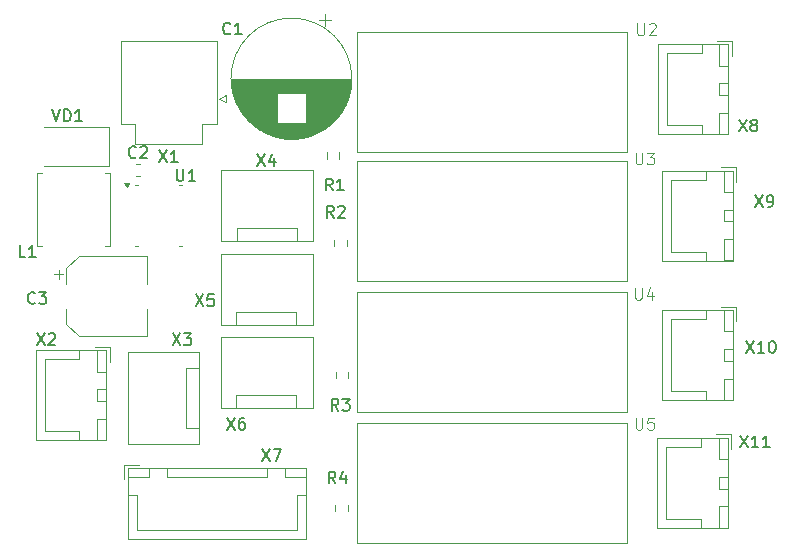
<source format=gbr>
%TF.GenerationSoftware,KiCad,Pcbnew,8.0.4*%
%TF.CreationDate,2024-12-13T14:18:57+03:00*%
%TF.ProjectId,Fara_controller,46617261-5f63-46f6-9e74-726f6c6c6572,rev?*%
%TF.SameCoordinates,Original*%
%TF.FileFunction,Legend,Top*%
%TF.FilePolarity,Positive*%
%FSLAX46Y46*%
G04 Gerber Fmt 4.6, Leading zero omitted, Abs format (unit mm)*
G04 Created by KiCad (PCBNEW 8.0.4) date 2024-12-13 14:18:57*
%MOMM*%
%LPD*%
G01*
G04 APERTURE LIST*
%ADD10C,0.100000*%
%ADD11C,0.150000*%
%ADD12C,0.120000*%
G04 APERTURE END LIST*
D10*
X92188095Y-50007419D02*
X92188095Y-50816942D01*
X92188095Y-50816942D02*
X92235714Y-50912180D01*
X92235714Y-50912180D02*
X92283333Y-50959800D01*
X92283333Y-50959800D02*
X92378571Y-51007419D01*
X92378571Y-51007419D02*
X92569047Y-51007419D01*
X92569047Y-51007419D02*
X92664285Y-50959800D01*
X92664285Y-50959800D02*
X92711904Y-50912180D01*
X92711904Y-50912180D02*
X92759523Y-50816942D01*
X92759523Y-50816942D02*
X92759523Y-50007419D01*
X93711904Y-50007419D02*
X93235714Y-50007419D01*
X93235714Y-50007419D02*
X93188095Y-50483609D01*
X93188095Y-50483609D02*
X93235714Y-50435990D01*
X93235714Y-50435990D02*
X93330952Y-50388371D01*
X93330952Y-50388371D02*
X93569047Y-50388371D01*
X93569047Y-50388371D02*
X93664285Y-50435990D01*
X93664285Y-50435990D02*
X93711904Y-50483609D01*
X93711904Y-50483609D02*
X93759523Y-50578847D01*
X93759523Y-50578847D02*
X93759523Y-50816942D01*
X93759523Y-50816942D02*
X93711904Y-50912180D01*
X93711904Y-50912180D02*
X93664285Y-50959800D01*
X93664285Y-50959800D02*
X93569047Y-51007419D01*
X93569047Y-51007419D02*
X93330952Y-51007419D01*
X93330952Y-51007419D02*
X93235714Y-50959800D01*
X93235714Y-50959800D02*
X93188095Y-50912180D01*
D11*
X57590476Y-50004819D02*
X58257142Y-51004819D01*
X58257142Y-50004819D02*
X57590476Y-51004819D01*
X59066666Y-50004819D02*
X58876190Y-50004819D01*
X58876190Y-50004819D02*
X58780952Y-50052438D01*
X58780952Y-50052438D02*
X58733333Y-50100057D01*
X58733333Y-50100057D02*
X58638095Y-50242914D01*
X58638095Y-50242914D02*
X58590476Y-50433390D01*
X58590476Y-50433390D02*
X58590476Y-50814342D01*
X58590476Y-50814342D02*
X58638095Y-50909580D01*
X58638095Y-50909580D02*
X58685714Y-50957200D01*
X58685714Y-50957200D02*
X58780952Y-51004819D01*
X58780952Y-51004819D02*
X58971428Y-51004819D01*
X58971428Y-51004819D02*
X59066666Y-50957200D01*
X59066666Y-50957200D02*
X59114285Y-50909580D01*
X59114285Y-50909580D02*
X59161904Y-50814342D01*
X59161904Y-50814342D02*
X59161904Y-50576247D01*
X59161904Y-50576247D02*
X59114285Y-50481009D01*
X59114285Y-50481009D02*
X59066666Y-50433390D01*
X59066666Y-50433390D02*
X58971428Y-50385771D01*
X58971428Y-50385771D02*
X58780952Y-50385771D01*
X58780952Y-50385771D02*
X58685714Y-50433390D01*
X58685714Y-50433390D02*
X58638095Y-50481009D01*
X58638095Y-50481009D02*
X58590476Y-50576247D01*
X67033333Y-49404819D02*
X66700000Y-48928628D01*
X66461905Y-49404819D02*
X66461905Y-48404819D01*
X66461905Y-48404819D02*
X66842857Y-48404819D01*
X66842857Y-48404819D02*
X66938095Y-48452438D01*
X66938095Y-48452438D02*
X66985714Y-48500057D01*
X66985714Y-48500057D02*
X67033333Y-48595295D01*
X67033333Y-48595295D02*
X67033333Y-48738152D01*
X67033333Y-48738152D02*
X66985714Y-48833390D01*
X66985714Y-48833390D02*
X66938095Y-48881009D01*
X66938095Y-48881009D02*
X66842857Y-48928628D01*
X66842857Y-48928628D02*
X66461905Y-48928628D01*
X67366667Y-48404819D02*
X67985714Y-48404819D01*
X67985714Y-48404819D02*
X67652381Y-48785771D01*
X67652381Y-48785771D02*
X67795238Y-48785771D01*
X67795238Y-48785771D02*
X67890476Y-48833390D01*
X67890476Y-48833390D02*
X67938095Y-48881009D01*
X67938095Y-48881009D02*
X67985714Y-48976247D01*
X67985714Y-48976247D02*
X67985714Y-49214342D01*
X67985714Y-49214342D02*
X67938095Y-49309580D01*
X67938095Y-49309580D02*
X67890476Y-49357200D01*
X67890476Y-49357200D02*
X67795238Y-49404819D01*
X67795238Y-49404819D02*
X67509524Y-49404819D01*
X67509524Y-49404819D02*
X67414286Y-49357200D01*
X67414286Y-49357200D02*
X67366667Y-49309580D01*
X66633333Y-33054819D02*
X66300000Y-32578628D01*
X66061905Y-33054819D02*
X66061905Y-32054819D01*
X66061905Y-32054819D02*
X66442857Y-32054819D01*
X66442857Y-32054819D02*
X66538095Y-32102438D01*
X66538095Y-32102438D02*
X66585714Y-32150057D01*
X66585714Y-32150057D02*
X66633333Y-32245295D01*
X66633333Y-32245295D02*
X66633333Y-32388152D01*
X66633333Y-32388152D02*
X66585714Y-32483390D01*
X66585714Y-32483390D02*
X66538095Y-32531009D01*
X66538095Y-32531009D02*
X66442857Y-32578628D01*
X66442857Y-32578628D02*
X66061905Y-32578628D01*
X67014286Y-32150057D02*
X67061905Y-32102438D01*
X67061905Y-32102438D02*
X67157143Y-32054819D01*
X67157143Y-32054819D02*
X67395238Y-32054819D01*
X67395238Y-32054819D02*
X67490476Y-32102438D01*
X67490476Y-32102438D02*
X67538095Y-32150057D01*
X67538095Y-32150057D02*
X67585714Y-32245295D01*
X67585714Y-32245295D02*
X67585714Y-32340533D01*
X67585714Y-32340533D02*
X67538095Y-32483390D01*
X67538095Y-32483390D02*
X66966667Y-33054819D01*
X66966667Y-33054819D02*
X67585714Y-33054819D01*
X60140476Y-27704819D02*
X60807142Y-28704819D01*
X60807142Y-27704819D02*
X60140476Y-28704819D01*
X61616666Y-28038152D02*
X61616666Y-28704819D01*
X61378571Y-27657200D02*
X61140476Y-28371485D01*
X61140476Y-28371485D02*
X61759523Y-28371485D01*
D10*
X92138095Y-39007419D02*
X92138095Y-39816942D01*
X92138095Y-39816942D02*
X92185714Y-39912180D01*
X92185714Y-39912180D02*
X92233333Y-39959800D01*
X92233333Y-39959800D02*
X92328571Y-40007419D01*
X92328571Y-40007419D02*
X92519047Y-40007419D01*
X92519047Y-40007419D02*
X92614285Y-39959800D01*
X92614285Y-39959800D02*
X92661904Y-39912180D01*
X92661904Y-39912180D02*
X92709523Y-39816942D01*
X92709523Y-39816942D02*
X92709523Y-39007419D01*
X93614285Y-39340752D02*
X93614285Y-40007419D01*
X93376190Y-38959800D02*
X93138095Y-39674085D01*
X93138095Y-39674085D02*
X93757142Y-39674085D01*
X92188095Y-27557419D02*
X92188095Y-28366942D01*
X92188095Y-28366942D02*
X92235714Y-28462180D01*
X92235714Y-28462180D02*
X92283333Y-28509800D01*
X92283333Y-28509800D02*
X92378571Y-28557419D01*
X92378571Y-28557419D02*
X92569047Y-28557419D01*
X92569047Y-28557419D02*
X92664285Y-28509800D01*
X92664285Y-28509800D02*
X92711904Y-28462180D01*
X92711904Y-28462180D02*
X92759523Y-28366942D01*
X92759523Y-28366942D02*
X92759523Y-27557419D01*
X93140476Y-27557419D02*
X93759523Y-27557419D01*
X93759523Y-27557419D02*
X93426190Y-27938371D01*
X93426190Y-27938371D02*
X93569047Y-27938371D01*
X93569047Y-27938371D02*
X93664285Y-27985990D01*
X93664285Y-27985990D02*
X93711904Y-28033609D01*
X93711904Y-28033609D02*
X93759523Y-28128847D01*
X93759523Y-28128847D02*
X93759523Y-28366942D01*
X93759523Y-28366942D02*
X93711904Y-28462180D01*
X93711904Y-28462180D02*
X93664285Y-28509800D01*
X93664285Y-28509800D02*
X93569047Y-28557419D01*
X93569047Y-28557419D02*
X93283333Y-28557419D01*
X93283333Y-28557419D02*
X93188095Y-28509800D01*
X93188095Y-28509800D02*
X93140476Y-28462180D01*
D11*
X40533333Y-36404819D02*
X40057143Y-36404819D01*
X40057143Y-36404819D02*
X40057143Y-35404819D01*
X41390476Y-36404819D02*
X40819048Y-36404819D01*
X41104762Y-36404819D02*
X41104762Y-35404819D01*
X41104762Y-35404819D02*
X41009524Y-35547676D01*
X41009524Y-35547676D02*
X40914286Y-35642914D01*
X40914286Y-35642914D02*
X40819048Y-35690533D01*
X60590476Y-52629819D02*
X61257142Y-53629819D01*
X61257142Y-52629819D02*
X60590476Y-53629819D01*
X61542857Y-52629819D02*
X62209523Y-52629819D01*
X62209523Y-52629819D02*
X61780952Y-53629819D01*
X66783333Y-55554819D02*
X66450000Y-55078628D01*
X66211905Y-55554819D02*
X66211905Y-54554819D01*
X66211905Y-54554819D02*
X66592857Y-54554819D01*
X66592857Y-54554819D02*
X66688095Y-54602438D01*
X66688095Y-54602438D02*
X66735714Y-54650057D01*
X66735714Y-54650057D02*
X66783333Y-54745295D01*
X66783333Y-54745295D02*
X66783333Y-54888152D01*
X66783333Y-54888152D02*
X66735714Y-54983390D01*
X66735714Y-54983390D02*
X66688095Y-55031009D01*
X66688095Y-55031009D02*
X66592857Y-55078628D01*
X66592857Y-55078628D02*
X66211905Y-55078628D01*
X67640476Y-54888152D02*
X67640476Y-55554819D01*
X67402381Y-54507200D02*
X67164286Y-55221485D01*
X67164286Y-55221485D02*
X67783333Y-55221485D01*
X53338095Y-28954819D02*
X53338095Y-29764342D01*
X53338095Y-29764342D02*
X53385714Y-29859580D01*
X53385714Y-29859580D02*
X53433333Y-29907200D01*
X53433333Y-29907200D02*
X53528571Y-29954819D01*
X53528571Y-29954819D02*
X53719047Y-29954819D01*
X53719047Y-29954819D02*
X53814285Y-29907200D01*
X53814285Y-29907200D02*
X53861904Y-29859580D01*
X53861904Y-29859580D02*
X53909523Y-29764342D01*
X53909523Y-29764342D02*
X53909523Y-28954819D01*
X54909523Y-29954819D02*
X54338095Y-29954819D01*
X54623809Y-29954819D02*
X54623809Y-28954819D01*
X54623809Y-28954819D02*
X54528571Y-29097676D01*
X54528571Y-29097676D02*
X54433333Y-29192914D01*
X54433333Y-29192914D02*
X54338095Y-29240533D01*
X100915476Y-24754819D02*
X101582142Y-25754819D01*
X101582142Y-24754819D02*
X100915476Y-25754819D01*
X102105952Y-25183390D02*
X102010714Y-25135771D01*
X102010714Y-25135771D02*
X101963095Y-25088152D01*
X101963095Y-25088152D02*
X101915476Y-24992914D01*
X101915476Y-24992914D02*
X101915476Y-24945295D01*
X101915476Y-24945295D02*
X101963095Y-24850057D01*
X101963095Y-24850057D02*
X102010714Y-24802438D01*
X102010714Y-24802438D02*
X102105952Y-24754819D01*
X102105952Y-24754819D02*
X102296428Y-24754819D01*
X102296428Y-24754819D02*
X102391666Y-24802438D01*
X102391666Y-24802438D02*
X102439285Y-24850057D01*
X102439285Y-24850057D02*
X102486904Y-24945295D01*
X102486904Y-24945295D02*
X102486904Y-24992914D01*
X102486904Y-24992914D02*
X102439285Y-25088152D01*
X102439285Y-25088152D02*
X102391666Y-25135771D01*
X102391666Y-25135771D02*
X102296428Y-25183390D01*
X102296428Y-25183390D02*
X102105952Y-25183390D01*
X102105952Y-25183390D02*
X102010714Y-25231009D01*
X102010714Y-25231009D02*
X101963095Y-25278628D01*
X101963095Y-25278628D02*
X101915476Y-25373866D01*
X101915476Y-25373866D02*
X101915476Y-25564342D01*
X101915476Y-25564342D02*
X101963095Y-25659580D01*
X101963095Y-25659580D02*
X102010714Y-25707200D01*
X102010714Y-25707200D02*
X102105952Y-25754819D01*
X102105952Y-25754819D02*
X102296428Y-25754819D01*
X102296428Y-25754819D02*
X102391666Y-25707200D01*
X102391666Y-25707200D02*
X102439285Y-25659580D01*
X102439285Y-25659580D02*
X102486904Y-25564342D01*
X102486904Y-25564342D02*
X102486904Y-25373866D01*
X102486904Y-25373866D02*
X102439285Y-25278628D01*
X102439285Y-25278628D02*
X102391666Y-25231009D01*
X102391666Y-25231009D02*
X102296428Y-25183390D01*
X51860476Y-27354819D02*
X52527142Y-28354819D01*
X52527142Y-27354819D02*
X51860476Y-28354819D01*
X53431904Y-28354819D02*
X52860476Y-28354819D01*
X53146190Y-28354819D02*
X53146190Y-27354819D01*
X53146190Y-27354819D02*
X53050952Y-27497676D01*
X53050952Y-27497676D02*
X52955714Y-27592914D01*
X52955714Y-27592914D02*
X52860476Y-27640533D01*
X102290476Y-31154819D02*
X102957142Y-32154819D01*
X102957142Y-31154819D02*
X102290476Y-32154819D01*
X103385714Y-32154819D02*
X103576190Y-32154819D01*
X103576190Y-32154819D02*
X103671428Y-32107200D01*
X103671428Y-32107200D02*
X103719047Y-32059580D01*
X103719047Y-32059580D02*
X103814285Y-31916723D01*
X103814285Y-31916723D02*
X103861904Y-31726247D01*
X103861904Y-31726247D02*
X103861904Y-31345295D01*
X103861904Y-31345295D02*
X103814285Y-31250057D01*
X103814285Y-31250057D02*
X103766666Y-31202438D01*
X103766666Y-31202438D02*
X103671428Y-31154819D01*
X103671428Y-31154819D02*
X103480952Y-31154819D01*
X103480952Y-31154819D02*
X103385714Y-31202438D01*
X103385714Y-31202438D02*
X103338095Y-31250057D01*
X103338095Y-31250057D02*
X103290476Y-31345295D01*
X103290476Y-31345295D02*
X103290476Y-31583390D01*
X103290476Y-31583390D02*
X103338095Y-31678628D01*
X103338095Y-31678628D02*
X103385714Y-31726247D01*
X103385714Y-31726247D02*
X103480952Y-31773866D01*
X103480952Y-31773866D02*
X103671428Y-31773866D01*
X103671428Y-31773866D02*
X103766666Y-31726247D01*
X103766666Y-31726247D02*
X103814285Y-31678628D01*
X103814285Y-31678628D02*
X103861904Y-31583390D01*
X42790476Y-23904819D02*
X43123809Y-24904819D01*
X43123809Y-24904819D02*
X43457142Y-23904819D01*
X43790476Y-24904819D02*
X43790476Y-23904819D01*
X43790476Y-23904819D02*
X44028571Y-23904819D01*
X44028571Y-23904819D02*
X44171428Y-23952438D01*
X44171428Y-23952438D02*
X44266666Y-24047676D01*
X44266666Y-24047676D02*
X44314285Y-24142914D01*
X44314285Y-24142914D02*
X44361904Y-24333390D01*
X44361904Y-24333390D02*
X44361904Y-24476247D01*
X44361904Y-24476247D02*
X44314285Y-24666723D01*
X44314285Y-24666723D02*
X44266666Y-24761961D01*
X44266666Y-24761961D02*
X44171428Y-24857200D01*
X44171428Y-24857200D02*
X44028571Y-24904819D01*
X44028571Y-24904819D02*
X43790476Y-24904819D01*
X45314285Y-24904819D02*
X44742857Y-24904819D01*
X45028571Y-24904819D02*
X45028571Y-23904819D01*
X45028571Y-23904819D02*
X44933333Y-24047676D01*
X44933333Y-24047676D02*
X44838095Y-24142914D01*
X44838095Y-24142914D02*
X44742857Y-24190533D01*
X66533333Y-30754819D02*
X66200000Y-30278628D01*
X65961905Y-30754819D02*
X65961905Y-29754819D01*
X65961905Y-29754819D02*
X66342857Y-29754819D01*
X66342857Y-29754819D02*
X66438095Y-29802438D01*
X66438095Y-29802438D02*
X66485714Y-29850057D01*
X66485714Y-29850057D02*
X66533333Y-29945295D01*
X66533333Y-29945295D02*
X66533333Y-30088152D01*
X66533333Y-30088152D02*
X66485714Y-30183390D01*
X66485714Y-30183390D02*
X66438095Y-30231009D01*
X66438095Y-30231009D02*
X66342857Y-30278628D01*
X66342857Y-30278628D02*
X65961905Y-30278628D01*
X67485714Y-30754819D02*
X66914286Y-30754819D01*
X67200000Y-30754819D02*
X67200000Y-29754819D01*
X67200000Y-29754819D02*
X67104762Y-29897676D01*
X67104762Y-29897676D02*
X67009524Y-29992914D01*
X67009524Y-29992914D02*
X66914286Y-30040533D01*
X57883333Y-17459580D02*
X57835714Y-17507200D01*
X57835714Y-17507200D02*
X57692857Y-17554819D01*
X57692857Y-17554819D02*
X57597619Y-17554819D01*
X57597619Y-17554819D02*
X57454762Y-17507200D01*
X57454762Y-17507200D02*
X57359524Y-17411961D01*
X57359524Y-17411961D02*
X57311905Y-17316723D01*
X57311905Y-17316723D02*
X57264286Y-17126247D01*
X57264286Y-17126247D02*
X57264286Y-16983390D01*
X57264286Y-16983390D02*
X57311905Y-16792914D01*
X57311905Y-16792914D02*
X57359524Y-16697676D01*
X57359524Y-16697676D02*
X57454762Y-16602438D01*
X57454762Y-16602438D02*
X57597619Y-16554819D01*
X57597619Y-16554819D02*
X57692857Y-16554819D01*
X57692857Y-16554819D02*
X57835714Y-16602438D01*
X57835714Y-16602438D02*
X57883333Y-16650057D01*
X58835714Y-17554819D02*
X58264286Y-17554819D01*
X58550000Y-17554819D02*
X58550000Y-16554819D01*
X58550000Y-16554819D02*
X58454762Y-16697676D01*
X58454762Y-16697676D02*
X58359524Y-16792914D01*
X58359524Y-16792914D02*
X58264286Y-16840533D01*
X41333333Y-40259580D02*
X41285714Y-40307200D01*
X41285714Y-40307200D02*
X41142857Y-40354819D01*
X41142857Y-40354819D02*
X41047619Y-40354819D01*
X41047619Y-40354819D02*
X40904762Y-40307200D01*
X40904762Y-40307200D02*
X40809524Y-40211961D01*
X40809524Y-40211961D02*
X40761905Y-40116723D01*
X40761905Y-40116723D02*
X40714286Y-39926247D01*
X40714286Y-39926247D02*
X40714286Y-39783390D01*
X40714286Y-39783390D02*
X40761905Y-39592914D01*
X40761905Y-39592914D02*
X40809524Y-39497676D01*
X40809524Y-39497676D02*
X40904762Y-39402438D01*
X40904762Y-39402438D02*
X41047619Y-39354819D01*
X41047619Y-39354819D02*
X41142857Y-39354819D01*
X41142857Y-39354819D02*
X41285714Y-39402438D01*
X41285714Y-39402438D02*
X41333333Y-39450057D01*
X41666667Y-39354819D02*
X42285714Y-39354819D01*
X42285714Y-39354819D02*
X41952381Y-39735771D01*
X41952381Y-39735771D02*
X42095238Y-39735771D01*
X42095238Y-39735771D02*
X42190476Y-39783390D01*
X42190476Y-39783390D02*
X42238095Y-39831009D01*
X42238095Y-39831009D02*
X42285714Y-39926247D01*
X42285714Y-39926247D02*
X42285714Y-40164342D01*
X42285714Y-40164342D02*
X42238095Y-40259580D01*
X42238095Y-40259580D02*
X42190476Y-40307200D01*
X42190476Y-40307200D02*
X42095238Y-40354819D01*
X42095238Y-40354819D02*
X41809524Y-40354819D01*
X41809524Y-40354819D02*
X41714286Y-40307200D01*
X41714286Y-40307200D02*
X41666667Y-40259580D01*
X101514286Y-43504819D02*
X102180952Y-44504819D01*
X102180952Y-43504819D02*
X101514286Y-44504819D01*
X103085714Y-44504819D02*
X102514286Y-44504819D01*
X102800000Y-44504819D02*
X102800000Y-43504819D01*
X102800000Y-43504819D02*
X102704762Y-43647676D01*
X102704762Y-43647676D02*
X102609524Y-43742914D01*
X102609524Y-43742914D02*
X102514286Y-43790533D01*
X103704762Y-43504819D02*
X103800000Y-43504819D01*
X103800000Y-43504819D02*
X103895238Y-43552438D01*
X103895238Y-43552438D02*
X103942857Y-43600057D01*
X103942857Y-43600057D02*
X103990476Y-43695295D01*
X103990476Y-43695295D02*
X104038095Y-43885771D01*
X104038095Y-43885771D02*
X104038095Y-44123866D01*
X104038095Y-44123866D02*
X103990476Y-44314342D01*
X103990476Y-44314342D02*
X103942857Y-44409580D01*
X103942857Y-44409580D02*
X103895238Y-44457200D01*
X103895238Y-44457200D02*
X103800000Y-44504819D01*
X103800000Y-44504819D02*
X103704762Y-44504819D01*
X103704762Y-44504819D02*
X103609524Y-44457200D01*
X103609524Y-44457200D02*
X103561905Y-44409580D01*
X103561905Y-44409580D02*
X103514286Y-44314342D01*
X103514286Y-44314342D02*
X103466667Y-44123866D01*
X103466667Y-44123866D02*
X103466667Y-43885771D01*
X103466667Y-43885771D02*
X103514286Y-43695295D01*
X103514286Y-43695295D02*
X103561905Y-43600057D01*
X103561905Y-43600057D02*
X103609524Y-43552438D01*
X103609524Y-43552438D02*
X103704762Y-43504819D01*
D10*
X92338095Y-16607419D02*
X92338095Y-17416942D01*
X92338095Y-17416942D02*
X92385714Y-17512180D01*
X92385714Y-17512180D02*
X92433333Y-17559800D01*
X92433333Y-17559800D02*
X92528571Y-17607419D01*
X92528571Y-17607419D02*
X92719047Y-17607419D01*
X92719047Y-17607419D02*
X92814285Y-17559800D01*
X92814285Y-17559800D02*
X92861904Y-17512180D01*
X92861904Y-17512180D02*
X92909523Y-17416942D01*
X92909523Y-17416942D02*
X92909523Y-16607419D01*
X93338095Y-16702657D02*
X93385714Y-16655038D01*
X93385714Y-16655038D02*
X93480952Y-16607419D01*
X93480952Y-16607419D02*
X93719047Y-16607419D01*
X93719047Y-16607419D02*
X93814285Y-16655038D01*
X93814285Y-16655038D02*
X93861904Y-16702657D01*
X93861904Y-16702657D02*
X93909523Y-16797895D01*
X93909523Y-16797895D02*
X93909523Y-16893133D01*
X93909523Y-16893133D02*
X93861904Y-17035990D01*
X93861904Y-17035990D02*
X93290476Y-17607419D01*
X93290476Y-17607419D02*
X93909523Y-17607419D01*
D11*
X49883333Y-27929580D02*
X49835714Y-27977200D01*
X49835714Y-27977200D02*
X49692857Y-28024819D01*
X49692857Y-28024819D02*
X49597619Y-28024819D01*
X49597619Y-28024819D02*
X49454762Y-27977200D01*
X49454762Y-27977200D02*
X49359524Y-27881961D01*
X49359524Y-27881961D02*
X49311905Y-27786723D01*
X49311905Y-27786723D02*
X49264286Y-27596247D01*
X49264286Y-27596247D02*
X49264286Y-27453390D01*
X49264286Y-27453390D02*
X49311905Y-27262914D01*
X49311905Y-27262914D02*
X49359524Y-27167676D01*
X49359524Y-27167676D02*
X49454762Y-27072438D01*
X49454762Y-27072438D02*
X49597619Y-27024819D01*
X49597619Y-27024819D02*
X49692857Y-27024819D01*
X49692857Y-27024819D02*
X49835714Y-27072438D01*
X49835714Y-27072438D02*
X49883333Y-27120057D01*
X50264286Y-27120057D02*
X50311905Y-27072438D01*
X50311905Y-27072438D02*
X50407143Y-27024819D01*
X50407143Y-27024819D02*
X50645238Y-27024819D01*
X50645238Y-27024819D02*
X50740476Y-27072438D01*
X50740476Y-27072438D02*
X50788095Y-27120057D01*
X50788095Y-27120057D02*
X50835714Y-27215295D01*
X50835714Y-27215295D02*
X50835714Y-27310533D01*
X50835714Y-27310533D02*
X50788095Y-27453390D01*
X50788095Y-27453390D02*
X50216667Y-28024819D01*
X50216667Y-28024819D02*
X50835714Y-28024819D01*
X101024286Y-51519819D02*
X101690952Y-52519819D01*
X101690952Y-51519819D02*
X101024286Y-52519819D01*
X102595714Y-52519819D02*
X102024286Y-52519819D01*
X102310000Y-52519819D02*
X102310000Y-51519819D01*
X102310000Y-51519819D02*
X102214762Y-51662676D01*
X102214762Y-51662676D02*
X102119524Y-51757914D01*
X102119524Y-51757914D02*
X102024286Y-51805533D01*
X103548095Y-52519819D02*
X102976667Y-52519819D01*
X103262381Y-52519819D02*
X103262381Y-51519819D01*
X103262381Y-51519819D02*
X103167143Y-51662676D01*
X103167143Y-51662676D02*
X103071905Y-51757914D01*
X103071905Y-51757914D02*
X102976667Y-51805533D01*
X41490476Y-42854819D02*
X42157142Y-43854819D01*
X42157142Y-42854819D02*
X41490476Y-43854819D01*
X42490476Y-42950057D02*
X42538095Y-42902438D01*
X42538095Y-42902438D02*
X42633333Y-42854819D01*
X42633333Y-42854819D02*
X42871428Y-42854819D01*
X42871428Y-42854819D02*
X42966666Y-42902438D01*
X42966666Y-42902438D02*
X43014285Y-42950057D01*
X43014285Y-42950057D02*
X43061904Y-43045295D01*
X43061904Y-43045295D02*
X43061904Y-43140533D01*
X43061904Y-43140533D02*
X43014285Y-43283390D01*
X43014285Y-43283390D02*
X42442857Y-43854819D01*
X42442857Y-43854819D02*
X43061904Y-43854819D01*
X54940476Y-39554819D02*
X55607142Y-40554819D01*
X55607142Y-39554819D02*
X54940476Y-40554819D01*
X56464285Y-39554819D02*
X55988095Y-39554819D01*
X55988095Y-39554819D02*
X55940476Y-40031009D01*
X55940476Y-40031009D02*
X55988095Y-39983390D01*
X55988095Y-39983390D02*
X56083333Y-39935771D01*
X56083333Y-39935771D02*
X56321428Y-39935771D01*
X56321428Y-39935771D02*
X56416666Y-39983390D01*
X56416666Y-39983390D02*
X56464285Y-40031009D01*
X56464285Y-40031009D02*
X56511904Y-40126247D01*
X56511904Y-40126247D02*
X56511904Y-40364342D01*
X56511904Y-40364342D02*
X56464285Y-40459580D01*
X56464285Y-40459580D02*
X56416666Y-40507200D01*
X56416666Y-40507200D02*
X56321428Y-40554819D01*
X56321428Y-40554819D02*
X56083333Y-40554819D01*
X56083333Y-40554819D02*
X55988095Y-40507200D01*
X55988095Y-40507200D02*
X55940476Y-40459580D01*
X52990476Y-42854819D02*
X53657142Y-43854819D01*
X53657142Y-42854819D02*
X52990476Y-43854819D01*
X53942857Y-42854819D02*
X54561904Y-42854819D01*
X54561904Y-42854819D02*
X54228571Y-43235771D01*
X54228571Y-43235771D02*
X54371428Y-43235771D01*
X54371428Y-43235771D02*
X54466666Y-43283390D01*
X54466666Y-43283390D02*
X54514285Y-43331009D01*
X54514285Y-43331009D02*
X54561904Y-43426247D01*
X54561904Y-43426247D02*
X54561904Y-43664342D01*
X54561904Y-43664342D02*
X54514285Y-43759580D01*
X54514285Y-43759580D02*
X54466666Y-43807200D01*
X54466666Y-43807200D02*
X54371428Y-43854819D01*
X54371428Y-43854819D02*
X54085714Y-43854819D01*
X54085714Y-43854819D02*
X53990476Y-43807200D01*
X53990476Y-43807200D02*
X53942857Y-43759580D01*
%TO.C,U5*%
D12*
X68570000Y-50450000D02*
X91430000Y-50450000D01*
X91430000Y-60610000D01*
X68570000Y-60610000D01*
X68570000Y-50450000D01*
%TO.C,X6*%
X64850000Y-49200000D02*
X57050000Y-49200000D01*
X64850000Y-43150000D02*
X64850000Y-49200000D01*
X63480000Y-48090000D02*
X63480000Y-49100000D01*
X58400000Y-49100000D02*
X58400000Y-48090000D01*
X58400000Y-48090000D02*
X63480000Y-48090000D01*
X57050000Y-49200000D02*
X57050000Y-43150000D01*
X57050000Y-43150000D02*
X64850000Y-43150000D01*
%TO.C,R3*%
X66827500Y-46145276D02*
X66827500Y-46654724D01*
X67872500Y-46145276D02*
X67872500Y-46654724D01*
%TO.C,R2*%
X66677500Y-34945276D02*
X66677500Y-35454724D01*
X67722500Y-34945276D02*
X67722500Y-35454724D01*
%TO.C,X4*%
X64900000Y-35050000D02*
X57100000Y-35050000D01*
X64900000Y-29000000D02*
X64900000Y-35050000D01*
X63530000Y-33940000D02*
X63530000Y-34950000D01*
X58450000Y-34950000D02*
X58450000Y-33940000D01*
X58450000Y-33940000D02*
X63530000Y-33940000D01*
X57100000Y-35050000D02*
X57100000Y-29000000D01*
X57100000Y-29000000D02*
X64900000Y-29000000D01*
%TO.C,U4*%
X68620000Y-39320000D02*
X91480000Y-39320000D01*
X91480000Y-49480000D01*
X68620000Y-49480000D01*
X68620000Y-39320000D01*
%TO.C,U3*%
X68570000Y-28250000D02*
X91430000Y-28250000D01*
X91430000Y-38410000D01*
X68570000Y-38410000D01*
X68570000Y-28250000D01*
%TO.C,L1*%
X41500000Y-29300000D02*
X41500000Y-35500000D01*
X41500000Y-29300000D02*
X41900000Y-29300000D01*
X41500000Y-35500000D02*
X41900000Y-35500000D01*
X47700000Y-29300000D02*
X47300000Y-29300000D01*
X47700000Y-29300000D02*
X47700000Y-35500000D01*
X47700000Y-35500000D02*
X47300000Y-35500000D01*
%TO.C,X7*%
X64310000Y-60235000D02*
X64310000Y-54265000D01*
X64310000Y-54265000D02*
X49190000Y-54265000D01*
X64300000Y-56525000D02*
X63550000Y-56525000D01*
X64300000Y-55025000D02*
X64300000Y-54275000D01*
X64300000Y-54275000D02*
X62500000Y-54275000D01*
X63550000Y-59475000D02*
X56750000Y-59475000D01*
X63550000Y-56525000D02*
X63550000Y-59475000D01*
X62500000Y-55025000D02*
X64300000Y-55025000D01*
X62500000Y-54275000D02*
X62500000Y-55025000D01*
X61000000Y-55025000D02*
X61000000Y-54275000D01*
X61000000Y-54275000D02*
X52500000Y-54275000D01*
X52500000Y-55025000D02*
X61000000Y-55025000D01*
X52500000Y-54275000D02*
X52500000Y-55025000D01*
X51000000Y-55025000D02*
X51000000Y-54275000D01*
X51000000Y-54275000D02*
X49200000Y-54275000D01*
X50150000Y-53975000D02*
X48900000Y-53975000D01*
X49950000Y-59475000D02*
X56750000Y-59475000D01*
X49950000Y-56525000D02*
X49950000Y-59475000D01*
X49200000Y-56525000D02*
X49950000Y-56525000D01*
X49200000Y-55025000D02*
X51000000Y-55025000D01*
X49200000Y-54275000D02*
X49200000Y-55025000D01*
X49190000Y-60235000D02*
X64310000Y-60235000D01*
X49190000Y-54265000D02*
X49190000Y-60235000D01*
X48900000Y-53975000D02*
X48900000Y-55225000D01*
%TO.C,R4*%
X66777500Y-57395276D02*
X66777500Y-57904724D01*
X67822500Y-57395276D02*
X67822500Y-57904724D01*
%TO.C,U1*%
X49100000Y-30435000D02*
X48860000Y-30105000D01*
X49340000Y-30105000D01*
X49100000Y-30435000D01*
G36*
X49100000Y-30435000D02*
G01*
X48860000Y-30105000D01*
X49340000Y-30105000D01*
X49100000Y-30435000D01*
G37*
X53510584Y-35460000D02*
X53750000Y-35460000D01*
X53510584Y-30340000D02*
X53750000Y-30340000D01*
X50089416Y-35460000D02*
X49850000Y-35460000D01*
X50089416Y-30340000D02*
X49850000Y-30340000D01*
%TO.C,X8*%
X94065000Y-18390000D02*
X94065000Y-26010000D01*
X94065000Y-26010000D02*
X100035000Y-26010000D01*
X94825000Y-19150000D02*
X94825000Y-22200000D01*
X94825000Y-25250000D02*
X94825000Y-22200000D01*
X97775000Y-18400000D02*
X97775000Y-19150000D01*
X97775000Y-19150000D02*
X94825000Y-19150000D01*
X97775000Y-25250000D02*
X94825000Y-25250000D01*
X97775000Y-26000000D02*
X97775000Y-25250000D01*
X99275000Y-18400000D02*
X99275000Y-20200000D01*
X99275000Y-20200000D02*
X100025000Y-20200000D01*
X99275000Y-21700000D02*
X99275000Y-22700000D01*
X99275000Y-22700000D02*
X100025000Y-22700000D01*
X99275000Y-24200000D02*
X99275000Y-26000000D01*
X99275000Y-26000000D02*
X100025000Y-26000000D01*
X100025000Y-18400000D02*
X99275000Y-18400000D01*
X100025000Y-20200000D02*
X100025000Y-18400000D01*
X100025000Y-21700000D02*
X99275000Y-21700000D01*
X100025000Y-22700000D02*
X100025000Y-21700000D01*
X100025000Y-24200000D02*
X99275000Y-24200000D01*
X100025000Y-26000000D02*
X100025000Y-24200000D01*
X100035000Y-18390000D02*
X94065000Y-18390000D01*
X100035000Y-26010000D02*
X100035000Y-18390000D01*
X100325000Y-18100000D02*
X99075000Y-18100000D01*
X100325000Y-19350000D02*
X100325000Y-18100000D01*
%TO.C,X1*%
X48630000Y-18090000D02*
X56710000Y-18090000D01*
X48630000Y-25110000D02*
X48630000Y-18090000D01*
X49830000Y-25110000D02*
X48630000Y-25110000D01*
X49830000Y-26810000D02*
X49830000Y-25110000D01*
X55510000Y-25110000D02*
X55510000Y-26810000D01*
X55510000Y-26810000D02*
X49830000Y-26810000D01*
X56710000Y-18090000D02*
X56710000Y-25110000D01*
X56710000Y-25110000D02*
X55510000Y-25110000D01*
X56910000Y-23000000D02*
X57510000Y-22700000D01*
X57510000Y-22700000D02*
X57510000Y-23300000D01*
X57510000Y-23300000D02*
X56910000Y-23000000D01*
%TO.C,X9*%
X94455000Y-29075000D02*
X94455000Y-36695000D01*
X94455000Y-36695000D02*
X100425000Y-36695000D01*
X95215000Y-29835000D02*
X95215000Y-32885000D01*
X95215000Y-35935000D02*
X95215000Y-32885000D01*
X98165000Y-29085000D02*
X98165000Y-29835000D01*
X98165000Y-29835000D02*
X95215000Y-29835000D01*
X98165000Y-35935000D02*
X95215000Y-35935000D01*
X98165000Y-36685000D02*
X98165000Y-35935000D01*
X99665000Y-29085000D02*
X99665000Y-30885000D01*
X99665000Y-30885000D02*
X100415000Y-30885000D01*
X99665000Y-32385000D02*
X99665000Y-33385000D01*
X99665000Y-33385000D02*
X100415000Y-33385000D01*
X99665000Y-34885000D02*
X99665000Y-36685000D01*
X99665000Y-36685000D02*
X100415000Y-36685000D01*
X100415000Y-29085000D02*
X99665000Y-29085000D01*
X100415000Y-30885000D02*
X100415000Y-29085000D01*
X100415000Y-32385000D02*
X99665000Y-32385000D01*
X100415000Y-33385000D02*
X100415000Y-32385000D01*
X100415000Y-34885000D02*
X99665000Y-34885000D01*
X100415000Y-36685000D02*
X100415000Y-34885000D01*
X100425000Y-29075000D02*
X94455000Y-29075000D01*
X100425000Y-36695000D02*
X100425000Y-29075000D01*
X100715000Y-28785000D02*
X99465000Y-28785000D01*
X100715000Y-30035000D02*
X100715000Y-28785000D01*
%TO.C,VD1*%
X47610000Y-25350000D02*
X42100000Y-25350000D01*
X47610000Y-28650000D02*
X42100000Y-28650000D01*
X47610000Y-28650000D02*
X47610000Y-25350000D01*
%TO.C,R1*%
X66077500Y-27545276D02*
X66077500Y-28054724D01*
X67122500Y-27545276D02*
X67122500Y-28054724D01*
%TO.C,C1*%
X61809000Y-22563323D02*
X58132000Y-22563323D01*
X61809000Y-22603323D02*
X58143000Y-22603323D01*
X61809000Y-22643323D02*
X58153000Y-22643323D01*
X61809000Y-22683323D02*
X58165000Y-22683323D01*
X61809000Y-22723323D02*
X58176000Y-22723323D01*
X61809000Y-22763323D02*
X58188000Y-22763323D01*
X61809000Y-22803323D02*
X58200000Y-22803323D01*
X61809000Y-22843323D02*
X58213000Y-22843323D01*
X61809000Y-22883323D02*
X58226000Y-22883323D01*
X61809000Y-22923323D02*
X58239000Y-22923323D01*
X61809000Y-22963323D02*
X58253000Y-22963323D01*
X61809000Y-23003323D02*
X58267000Y-23003323D01*
X61809000Y-23043323D02*
X58282000Y-23043323D01*
X61809000Y-23083323D02*
X58296000Y-23083323D01*
X61809000Y-23123323D02*
X58312000Y-23123323D01*
X61809000Y-23163323D02*
X58327000Y-23163323D01*
X61809000Y-23203323D02*
X58343000Y-23203323D01*
X61809000Y-23243323D02*
X58360000Y-23243323D01*
X61809000Y-23283323D02*
X58376000Y-23283323D01*
X61809000Y-23323323D02*
X58393000Y-23323323D01*
X61809000Y-23363323D02*
X58411000Y-23363323D01*
X61809000Y-23403323D02*
X58429000Y-23403323D01*
X61809000Y-23443323D02*
X58447000Y-23443323D01*
X61809000Y-23483323D02*
X58466000Y-23483323D01*
X61809000Y-23523323D02*
X58486000Y-23523323D01*
X61809000Y-23563323D02*
X58505000Y-23563323D01*
X61809000Y-23603323D02*
X58525000Y-23603323D01*
X61809000Y-23643323D02*
X58546000Y-23643323D01*
X61809000Y-23683323D02*
X58567000Y-23683323D01*
X61809000Y-23723323D02*
X58588000Y-23723323D01*
X61809000Y-23763323D02*
X58610000Y-23763323D01*
X61809000Y-23803323D02*
X58633000Y-23803323D01*
X61809000Y-23843323D02*
X58655000Y-23843323D01*
X61809000Y-23883323D02*
X58679000Y-23883323D01*
X61809000Y-23923323D02*
X58703000Y-23923323D01*
X61809000Y-23963323D02*
X58727000Y-23963323D01*
X61809000Y-24003323D02*
X58752000Y-24003323D01*
X61809000Y-24043323D02*
X58777000Y-24043323D01*
X61809000Y-24083323D02*
X58803000Y-24083323D01*
X61809000Y-24123323D02*
X58829000Y-24123323D01*
X61809000Y-24163323D02*
X58856000Y-24163323D01*
X61809000Y-24203323D02*
X58884000Y-24203323D01*
X61809000Y-24243323D02*
X58912000Y-24243323D01*
X61809000Y-24283323D02*
X58940000Y-24283323D01*
X61809000Y-24323323D02*
X58970000Y-24323323D01*
X61809000Y-24363323D02*
X59000000Y-24363323D01*
X61809000Y-24403323D02*
X59030000Y-24403323D01*
X61809000Y-24443323D02*
X59061000Y-24443323D01*
X61809000Y-24483323D02*
X59093000Y-24483323D01*
X61809000Y-24523323D02*
X59125000Y-24523323D01*
X61809000Y-24563323D02*
X59158000Y-24563323D01*
X61809000Y-24603323D02*
X59192000Y-24603323D01*
X61809000Y-24643323D02*
X59226000Y-24643323D01*
X61809000Y-24683323D02*
X59261000Y-24683323D01*
X61809000Y-24723323D02*
X59297000Y-24723323D01*
X61809000Y-24763323D02*
X59334000Y-24763323D01*
X61809000Y-24803323D02*
X59371000Y-24803323D01*
X61809000Y-24843323D02*
X59410000Y-24843323D01*
X61809000Y-24883323D02*
X59449000Y-24883323D01*
X61809000Y-24923323D02*
X59489000Y-24923323D01*
X61809000Y-24963323D02*
X59530000Y-24963323D01*
X61809000Y-25003323D02*
X59572000Y-25003323D01*
X63649000Y-26363323D02*
X62451000Y-26363323D01*
X63912000Y-26323323D02*
X62188000Y-26323323D01*
X64112000Y-26283323D02*
X61988000Y-26283323D01*
X64280000Y-26243323D02*
X61820000Y-26243323D01*
X64428000Y-26203323D02*
X61672000Y-26203323D01*
X64560000Y-26163323D02*
X61540000Y-26163323D01*
X64680000Y-26123323D02*
X61420000Y-26123323D01*
X64792000Y-26083323D02*
X61308000Y-26083323D01*
X64896000Y-26043323D02*
X61204000Y-26043323D01*
X64994000Y-26003323D02*
X61106000Y-26003323D01*
X65087000Y-25963323D02*
X61013000Y-25963323D01*
X65175000Y-25923323D02*
X60925000Y-25923323D01*
X65259000Y-25883323D02*
X60841000Y-25883323D01*
X65339000Y-25843323D02*
X60761000Y-25843323D01*
X65415000Y-25803323D02*
X60685000Y-25803323D01*
X65489000Y-25763323D02*
X60611000Y-25763323D01*
X65560000Y-25723323D02*
X60540000Y-25723323D01*
X65629000Y-25683323D02*
X60471000Y-25683323D01*
X65695000Y-25643323D02*
X60405000Y-25643323D01*
X65759000Y-25603323D02*
X60341000Y-25603323D01*
X65820000Y-25563323D02*
X60280000Y-25563323D01*
X65880000Y-25523323D02*
X60220000Y-25523323D01*
X65925000Y-15802677D02*
X65925000Y-16802677D01*
X65939000Y-25483323D02*
X60161000Y-25483323D01*
X65995000Y-25443323D02*
X60105000Y-25443323D01*
X66050000Y-25403323D02*
X60050000Y-25403323D01*
X66104000Y-25363323D02*
X59996000Y-25363323D01*
X66156000Y-25323323D02*
X59944000Y-25323323D01*
X66206000Y-25283323D02*
X59894000Y-25283323D01*
X66256000Y-25243323D02*
X59844000Y-25243323D01*
X66304000Y-25203323D02*
X59796000Y-25203323D01*
X66351000Y-25163323D02*
X59749000Y-25163323D01*
X66397000Y-25123323D02*
X59703000Y-25123323D01*
X66425000Y-16302677D02*
X65425000Y-16302677D01*
X66442000Y-25083323D02*
X59658000Y-25083323D01*
X66486000Y-25043323D02*
X59614000Y-25043323D01*
X66528000Y-25003323D02*
X64291000Y-25003323D01*
X66570000Y-24963323D02*
X64291000Y-24963323D01*
X66611000Y-24923323D02*
X64291000Y-24923323D01*
X66651000Y-24883323D02*
X64291000Y-24883323D01*
X66690000Y-24843323D02*
X64291000Y-24843323D01*
X66729000Y-24803323D02*
X64291000Y-24803323D01*
X66766000Y-24763323D02*
X64291000Y-24763323D01*
X66803000Y-24723323D02*
X64291000Y-24723323D01*
X66839000Y-24683323D02*
X64291000Y-24683323D01*
X66874000Y-24643323D02*
X64291000Y-24643323D01*
X66908000Y-24603323D02*
X64291000Y-24603323D01*
X66942000Y-24563323D02*
X64291000Y-24563323D01*
X66975000Y-24523323D02*
X64291000Y-24523323D01*
X67007000Y-24483323D02*
X64291000Y-24483323D01*
X67039000Y-24443323D02*
X64291000Y-24443323D01*
X67070000Y-24403323D02*
X64291000Y-24403323D01*
X67100000Y-24363323D02*
X64291000Y-24363323D01*
X67130000Y-24323323D02*
X64291000Y-24323323D01*
X67160000Y-24283323D02*
X64291000Y-24283323D01*
X67188000Y-24243323D02*
X64291000Y-24243323D01*
X67216000Y-24203323D02*
X64291000Y-24203323D01*
X67244000Y-24163323D02*
X64291000Y-24163323D01*
X67271000Y-24123323D02*
X64291000Y-24123323D01*
X67297000Y-24083323D02*
X64291000Y-24083323D01*
X67323000Y-24043323D02*
X64291000Y-24043323D01*
X67348000Y-24003323D02*
X64291000Y-24003323D01*
X67373000Y-23963323D02*
X64291000Y-23963323D01*
X67397000Y-23923323D02*
X64291000Y-23923323D01*
X67421000Y-23883323D02*
X64291000Y-23883323D01*
X67445000Y-23843323D02*
X64291000Y-23843323D01*
X67467000Y-23803323D02*
X64291000Y-23803323D01*
X67490000Y-23763323D02*
X64291000Y-23763323D01*
X67512000Y-23723323D02*
X64291000Y-23723323D01*
X67533000Y-23683323D02*
X64291000Y-23683323D01*
X67554000Y-23643323D02*
X64291000Y-23643323D01*
X67575000Y-23603323D02*
X64291000Y-23603323D01*
X67595000Y-23563323D02*
X64291000Y-23563323D01*
X67614000Y-23523323D02*
X64291000Y-23523323D01*
X67634000Y-23483323D02*
X64291000Y-23483323D01*
X67653000Y-23443323D02*
X64291000Y-23443323D01*
X67671000Y-23403323D02*
X64291000Y-23403323D01*
X67689000Y-23363323D02*
X64291000Y-23363323D01*
X67707000Y-23323323D02*
X64291000Y-23323323D01*
X67724000Y-23283323D02*
X64291000Y-23283323D01*
X67740000Y-23243323D02*
X64291000Y-23243323D01*
X67757000Y-23203323D02*
X64291000Y-23203323D01*
X67773000Y-23163323D02*
X64291000Y-23163323D01*
X67788000Y-23123323D02*
X64291000Y-23123323D01*
X67804000Y-23083323D02*
X64291000Y-23083323D01*
X67818000Y-23043323D02*
X64291000Y-23043323D01*
X67833000Y-23003323D02*
X64291000Y-23003323D01*
X67847000Y-22963323D02*
X64291000Y-22963323D01*
X67861000Y-22923323D02*
X64291000Y-22923323D01*
X67874000Y-22883323D02*
X64291000Y-22883323D01*
X67887000Y-22843323D02*
X64291000Y-22843323D01*
X67900000Y-22803323D02*
X64291000Y-22803323D01*
X67912000Y-22763323D02*
X64291000Y-22763323D01*
X67924000Y-22723323D02*
X64291000Y-22723323D01*
X67935000Y-22683323D02*
X64291000Y-22683323D01*
X67947000Y-22643323D02*
X64291000Y-22643323D01*
X67957000Y-22603323D02*
X64291000Y-22603323D01*
X67968000Y-22563323D02*
X64291000Y-22563323D01*
X67978000Y-22523323D02*
X58122000Y-22523323D01*
X67988000Y-22483323D02*
X58112000Y-22483323D01*
X67997000Y-22443323D02*
X58103000Y-22443323D01*
X68006000Y-22403323D02*
X58094000Y-22403323D01*
X68015000Y-22363323D02*
X58085000Y-22363323D01*
X68024000Y-22323323D02*
X58076000Y-22323323D01*
X68032000Y-22283323D02*
X58068000Y-22283323D01*
X68040000Y-22243323D02*
X58060000Y-22243323D01*
X68047000Y-22203323D02*
X58053000Y-22203323D01*
X68054000Y-22163323D02*
X58046000Y-22163323D01*
X68061000Y-22123323D02*
X58039000Y-22123323D01*
X68068000Y-22083323D02*
X58032000Y-22083323D01*
X68074000Y-22043323D02*
X58026000Y-22043323D01*
X68080000Y-22003323D02*
X58020000Y-22003323D01*
X68085000Y-21962323D02*
X58015000Y-21962323D01*
X68090000Y-21922323D02*
X58010000Y-21922323D01*
X68095000Y-21882323D02*
X58005000Y-21882323D01*
X68100000Y-21842323D02*
X58000000Y-21842323D01*
X68104000Y-21802323D02*
X57996000Y-21802323D01*
X68108000Y-21762323D02*
X57992000Y-21762323D01*
X68112000Y-21722323D02*
X57988000Y-21722323D01*
X68115000Y-21682323D02*
X57985000Y-21682323D01*
X68118000Y-21642323D02*
X57982000Y-21642323D01*
X68120000Y-21602323D02*
X57980000Y-21602323D01*
X68123000Y-21562323D02*
X57977000Y-21562323D01*
X68125000Y-21522323D02*
X57975000Y-21522323D01*
X68127000Y-21482323D02*
X57973000Y-21482323D01*
X68128000Y-21442323D02*
X57972000Y-21442323D01*
X68129000Y-21402323D02*
X57971000Y-21402323D01*
X68130000Y-21282323D02*
X57970000Y-21282323D01*
X68130000Y-21322323D02*
X57970000Y-21322323D01*
X68130000Y-21362323D02*
X57970000Y-21362323D01*
X68170000Y-21282323D02*
G75*
G02*
X57930000Y-21282323I-5120000J0D01*
G01*
X57930000Y-21282323D02*
G75*
G02*
X68170000Y-21282323I5120000J0D01*
G01*
%TO.C,C3*%
X42962500Y-37852500D02*
X43750000Y-37852500D01*
X43356250Y-37458750D02*
X43356250Y-38246250D01*
X43990000Y-37354437D02*
X43990000Y-38640000D01*
X43990000Y-37354437D02*
X45054437Y-36290000D01*
X43990000Y-42045563D02*
X43990000Y-40760000D01*
X43990000Y-42045563D02*
X45054437Y-43110000D01*
X45054437Y-36290000D02*
X50810000Y-36290000D01*
X45054437Y-43110000D02*
X50810000Y-43110000D01*
X50810000Y-36290000D02*
X50810000Y-38640000D01*
X50810000Y-43110000D02*
X50810000Y-40760000D01*
%TO.C,X10*%
X94455000Y-40875000D02*
X94455000Y-48495000D01*
X94455000Y-48495000D02*
X100425000Y-48495000D01*
X95215000Y-41635000D02*
X95215000Y-44685000D01*
X95215000Y-47735000D02*
X95215000Y-44685000D01*
X98165000Y-40885000D02*
X98165000Y-41635000D01*
X98165000Y-41635000D02*
X95215000Y-41635000D01*
X98165000Y-47735000D02*
X95215000Y-47735000D01*
X98165000Y-48485000D02*
X98165000Y-47735000D01*
X99665000Y-40885000D02*
X99665000Y-42685000D01*
X99665000Y-42685000D02*
X100415000Y-42685000D01*
X99665000Y-44185000D02*
X99665000Y-45185000D01*
X99665000Y-45185000D02*
X100415000Y-45185000D01*
X99665000Y-46685000D02*
X99665000Y-48485000D01*
X99665000Y-48485000D02*
X100415000Y-48485000D01*
X100415000Y-40885000D02*
X99665000Y-40885000D01*
X100415000Y-42685000D02*
X100415000Y-40885000D01*
X100415000Y-44185000D02*
X99665000Y-44185000D01*
X100415000Y-45185000D02*
X100415000Y-44185000D01*
X100415000Y-46685000D02*
X99665000Y-46685000D01*
X100415000Y-48485000D02*
X100415000Y-46685000D01*
X100425000Y-40875000D02*
X94455000Y-40875000D01*
X100425000Y-48495000D02*
X100425000Y-40875000D01*
X100715000Y-40585000D02*
X99465000Y-40585000D01*
X100715000Y-41835000D02*
X100715000Y-40585000D01*
%TO.C,U2*%
X68620000Y-17320000D02*
X91480000Y-17320000D01*
X91480000Y-27480000D01*
X68620000Y-27480000D01*
X68620000Y-17320000D01*
%TO.C,C2*%
X49903733Y-28490000D02*
X50196267Y-28490000D01*
X49903733Y-29510000D02*
X50196267Y-29510000D01*
%TO.C,X11*%
X94015000Y-51690000D02*
X94015000Y-59310000D01*
X94015000Y-59310000D02*
X99985000Y-59310000D01*
X94775000Y-52450000D02*
X94775000Y-55500000D01*
X94775000Y-58550000D02*
X94775000Y-55500000D01*
X97725000Y-51700000D02*
X97725000Y-52450000D01*
X97725000Y-52450000D02*
X94775000Y-52450000D01*
X97725000Y-58550000D02*
X94775000Y-58550000D01*
X97725000Y-59300000D02*
X97725000Y-58550000D01*
X99225000Y-51700000D02*
X99225000Y-53500000D01*
X99225000Y-53500000D02*
X99975000Y-53500000D01*
X99225000Y-55000000D02*
X99225000Y-56000000D01*
X99225000Y-56000000D02*
X99975000Y-56000000D01*
X99225000Y-57500000D02*
X99225000Y-59300000D01*
X99225000Y-59300000D02*
X99975000Y-59300000D01*
X99975000Y-51700000D02*
X99225000Y-51700000D01*
X99975000Y-53500000D02*
X99975000Y-51700000D01*
X99975000Y-55000000D02*
X99225000Y-55000000D01*
X99975000Y-56000000D02*
X99975000Y-55000000D01*
X99975000Y-57500000D02*
X99225000Y-57500000D01*
X99975000Y-59300000D02*
X99975000Y-57500000D01*
X99985000Y-51690000D02*
X94015000Y-51690000D01*
X99985000Y-59310000D02*
X99985000Y-51690000D01*
X100275000Y-51400000D02*
X99025000Y-51400000D01*
X100275000Y-52650000D02*
X100275000Y-51400000D01*
%TO.C,X2*%
X41390000Y-44290000D02*
X41390000Y-51910000D01*
X41390000Y-51910000D02*
X47360000Y-51910000D01*
X42150000Y-45050000D02*
X42150000Y-48100000D01*
X42150000Y-51150000D02*
X42150000Y-48100000D01*
X45100000Y-44300000D02*
X45100000Y-45050000D01*
X45100000Y-45050000D02*
X42150000Y-45050000D01*
X45100000Y-51150000D02*
X42150000Y-51150000D01*
X45100000Y-51900000D02*
X45100000Y-51150000D01*
X46600000Y-44300000D02*
X46600000Y-46100000D01*
X46600000Y-46100000D02*
X47350000Y-46100000D01*
X46600000Y-47600000D02*
X46600000Y-48600000D01*
X46600000Y-48600000D02*
X47350000Y-48600000D01*
X46600000Y-50100000D02*
X46600000Y-51900000D01*
X46600000Y-51900000D02*
X47350000Y-51900000D01*
X47350000Y-44300000D02*
X46600000Y-44300000D01*
X47350000Y-46100000D02*
X47350000Y-44300000D01*
X47350000Y-47600000D02*
X46600000Y-47600000D01*
X47350000Y-48600000D02*
X47350000Y-47600000D01*
X47350000Y-50100000D02*
X46600000Y-50100000D01*
X47350000Y-51900000D02*
X47350000Y-50100000D01*
X47360000Y-44290000D02*
X41390000Y-44290000D01*
X47360000Y-51910000D02*
X47360000Y-44290000D01*
X47650000Y-44000000D02*
X46400000Y-44000000D01*
X47650000Y-45250000D02*
X47650000Y-44000000D01*
%TO.C,X5*%
X64850000Y-42150000D02*
X57050000Y-42150000D01*
X64850000Y-36100000D02*
X64850000Y-42150000D01*
X63480000Y-41040000D02*
X63480000Y-42050000D01*
X58400000Y-42050000D02*
X58400000Y-41040000D01*
X58400000Y-41040000D02*
X63480000Y-41040000D01*
X57050000Y-42150000D02*
X57050000Y-36100000D01*
X57050000Y-36100000D02*
X64850000Y-36100000D01*
%TO.C,X3*%
X55250000Y-52250000D02*
X49200000Y-52250000D01*
X55250000Y-44450000D02*
X55250000Y-52250000D01*
X55150000Y-50900000D02*
X54140000Y-50900000D01*
X54140000Y-50900000D02*
X54140000Y-45820000D01*
X54140000Y-45820000D02*
X55150000Y-45820000D01*
X49200000Y-52250000D02*
X49200000Y-44450000D01*
X49200000Y-44450000D02*
X55250000Y-44450000D01*
%TD*%
M02*

</source>
